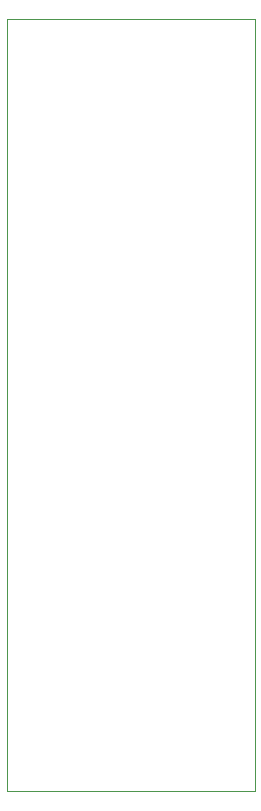
<source format=gm1>
G04 #@! TF.GenerationSoftware,KiCad,Pcbnew,9.0.2*
G04 #@! TF.CreationDate,2025-07-15T04:34:09-04:00*
G04 #@! TF.ProjectId,FBT,4642542e-6b69-4636-9164-5f7063625858,rev?*
G04 #@! TF.SameCoordinates,Original*
G04 #@! TF.FileFunction,Profile,NP*
%FSLAX46Y46*%
G04 Gerber Fmt 4.6, Leading zero omitted, Abs format (unit mm)*
G04 Created by KiCad (PCBNEW 9.0.2) date 2025-07-15 04:34:09*
%MOMM*%
%LPD*%
G01*
G04 APERTURE LIST*
G04 #@! TA.AperFunction,Profile*
%ADD10C,0.050000*%
G04 #@! TD*
G04 APERTURE END LIST*
D10*
X105078000Y-24375000D02*
X126094000Y-24375000D01*
X126094000Y-89775000D01*
X105078000Y-89775000D01*
X105078000Y-24375000D01*
M02*

</source>
